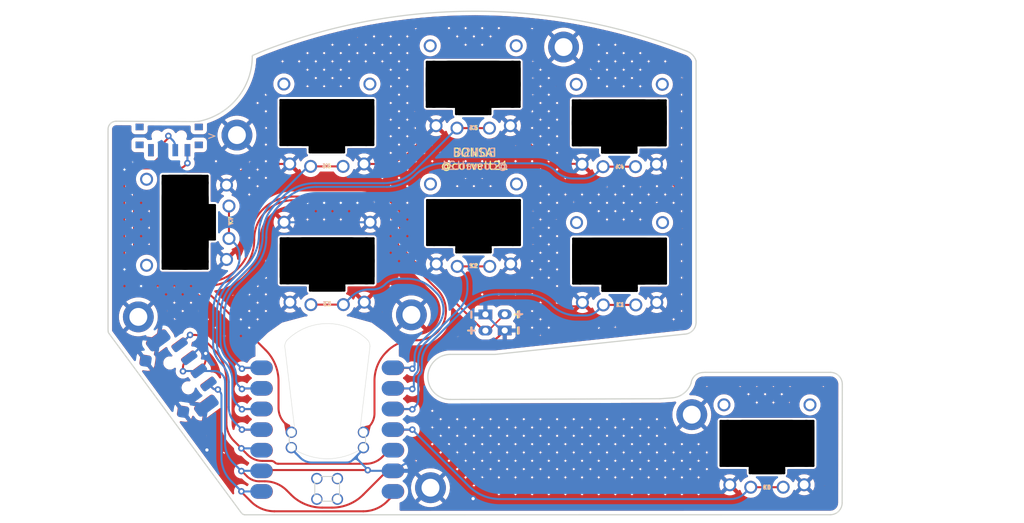
<source format=kicad_pcb>
(kicad_pcb (version 20240108) (generator "pcbnew") (generator_version "8.0")
  (title_block (title "Bonsai") (date "2024-07-03") (rev "v1") (company "Sprinkle"))
  (layers (0 "F.Cu" signal) (31 "B.Cu" signal) (34 "B.Paste" user) (35 "F.Paste" user) (36 "B.SilkS" user "B.Silkscreen") (37 "F.SilkS" user "F.Silkscreen") (38 "B.Mask" user) (39 "F.Mask" user) (44 "Edge.Cuts" user))
  (net 0 "")
  (net 1 "K5")
  (net 2 "GND")
  (net 3 "K6")
  (net 4 "K7")
  (net 5 "K1")
  (net 6 "K0")
  (net 7 "K2")
  (net 8 "K3")
  (net 9 "K4")
  (net 10 "Bat+")
  (net 11 "RAW")
  (net 12 "F1")
  (net 13 "F2")
  (net 14 "F3")
  (footprint "pg1232:pg1232-R" (layer "F.Cu") (at 40.5664 44.389)
    (property "Reference" "REF**" (hide yes))
    (property "Value" "pg1232-R")
  )
  (footprint "pg1232:pg1232-R" (layer "F.Cu") (at 76.5664 27.389)
    (property "Reference" "REF**" (hide yes))
    (property "Value" "pg1232-R")
  )
  (footprint "Button_Switch_SMD:SW_SPDT_PCM12" (layer "F.Cu") (at 21.1 29.325 180)
    (property "Reference" "REF**")
    (property "Value" "SW_SPDT_PCM12")
  )
  (footprint "pg1232:pg1232-R" (layer "F.Cu") (at 94.7664 66.889)
    (property "Reference" "REF**" (hide yes))
    (property "Value" "pg1232-R")
  )
  (footprint "MountingHole:MountingHole_2.2mm_M2_DIN965_Pad" (layer "F.Cu") (at 85.5 63.35)
    (property "Reference" "REF**")
    (property "Value" "MountingHole_2.2mm_M2_DIN965_Pad")
  )
  (footprint "footprints:SLLB510100" (layer "F.Cu") (at 23.098486 57.903767 126.4)
    (property "Reference" "REF**")
    (property "Value" "SLLB510100")
  )
  (footprint "MountingHole:MountingHole_2.2mm_M2_DIN965_Pad" (layer "F.Cu") (at 53.3 72.35)
    (property "Reference" "REF**")
    (property "Value" "MountingHole_2.2mm_M2_DIN965_Pad")
  )
  (footprint "pg1232:pg1232-R" (layer "F.Cu") (at 58.6 39.675)
    (property "Reference" "REF**" (hide yes))
    (property "Value" "pg1232-R")
  )
  (footprint "pg1232:pg1232-R" (layer "F.Cu") (at 40.5328 27.353)
    (property "Reference" "REF**" (hide yes))
    (property "Value" "pg1232-R")
  )
  (footprint "" (layer "F.Cu") (at 50.95 51.05)
    (property "Reference" "")
    (property "Value" "")
  )
  (footprint "footprints:JST_PH_S2B-PH-K_02x2.00mm_Angled" (layer "F.Cu") (at 60.0664 50.989 -90)
    (property "Reference" "REF**")
    (property "Value" "JST_PH_S2B-PH-K_02x2.00mm_Angled")
  )
  (footprint "MountingHole:MountingHole_2.2mm_M2_DIN965_Pad" (layer "F.Cu") (at 29.45 28.9)
    (property "Reference" "REF**")
    (property "Value" "MountingHole_2.2mm_M2_DIN965_Pad")
  )
  (footprint "MountingHole:MountingHole_2.2mm_M2_DIN965_Pad" (layer "F.Cu") (at 69.7 18.05)
    (property "Reference" "REF**")
    (property "Value" "MountingHole_2.2mm_M2_DIN965_Pad")
  )
  (footprint "MountingHole:MountingHole_2.2mm_M2_DIN965_Pad" (layer "F.Cu") (at 17.3 51.3)
    (property "Reference" "REF**")
    (property "Value" "MountingHole_2.2mm_M2_DIN965_Pad")
  )
  (footprint "pg1232:pg1232-R" (layer "F.Cu") (at 58.5664 22.639)
    (property "Reference" "REF**" (hide yes))
    (property "Value" "pg1232-R")
  )
  (footprint "pg1232:pg1232-R" (layer "F.Cu") (at 76.6 44.425)
    (property "Reference" "REF**" (hide yes))
    (property "Value" "pg1232-R")
  )
  (footprint "mcu:xiao-ble-smd-cutout" (layer "F.Cu") (at 40.59644 65.193 180)
    (property "Reference" "U?" (hide yes))
    (property "Value" "xiao-ble-thruhole" (hide yes))
    (fp_line (start 5.249998 10.25) (end 4.0132 -0.063) (stroke (width 0.05)) (layer "Edge.Cuts"))
    (fp_line (start 4.699 -1.7902) (end 4.699 -0.7488) (stroke (width 0.12)) (layer "Edge.Cuts"))
    (fp_line (start -4.013199 -0.063001) (end -5.249998 10.25) (stroke (width 0.05)) (layer "Edge.Cuts"))
    (fp_line (start -4.699 -0.7488) (end -4.699 -1.7902) (stroke (width 0.12)) (layer "Edge.Cuts"))
    (fp_arc (start 5.249998 10.25) (mid 5.185853 10.645284) (end 4.999999 10.999999) (stroke (width 0.05)) (layer "Edge.Cuts") (net 2))
    (fp_arc (start 4.999999 10.999999) (mid 0 13.071066) (end -4.999999 10.999999) (stroke (width 0.05)) (layer "Edge.Cuts") (net 2))
    (fp_arc (start 4.699 -1.7902) (mid 4.095393 -1.872393) (end 4.0132 -2.476) (stroke (width 0.12)) (layer "Edge.Cuts"))
    (fp_arc (start 4.0132 -0.063) (mid 4.095393 -0.666607) (end 4.699 -0.7488) (stroke (width 0.12)) (layer "Edge.Cuts"))
    (fp_arc (start -4.0132 -2.476) (mid 0 -3.582295) (end 4.0132 -2.476) (stroke (width 0.05)) (layer "Edge.Cuts"))
    (fp_arc (start -4.0132 -2.476) (mid -4.095391 -1.872391) (end -4.699 -1.7902) (stroke (width 0.12)) (layer "Edge.Cuts"))
    (fp_arc (start -4.699 -0.7488) (mid -4.095391 -0.666609) (end -4.0132 -0.063) (stroke (width 0.12)) (layer "Edge.Cuts"))
    (fp_arc (start -4.999999 10.999999) (mid -5.185853 10.645284) (end -5.249998 10.25) (stroke (width 0.05)) (layer "Edge.Cuts") (net 2))
  )
  (footprint "pg1232:pg1232-R" (layer "F.Cu") (at 23.0664 39.639 90)
    (property "Reference" "REF**" (hide yes))
    (property "Value" "pg1232-R")
  )
  (footprint "footprints:JST_PH_S2B-PH-K_02x2.00mm_Angled" (layer "B.Cu") (at 62.45 52.975 90)
    (property "Reference" "REF**")
    (property "Value" "JST_PH_S2B-PH-K_02x2.00mm_Angled")
  )
  (footprint "mcu:xiao-ble-smd-cutout" (layer "B.Cu") (at 40.5664 65.189)
    (property "Reference" "U?" (hide yes))
    (property "Value" "xiao-ble-thruhole" (hide yes))
    (fp_line (start -1.524 8.1402) (end -1.524 6.4638) (stroke (width 0.12)) (layer "Edge.Cuts"))
    (fp_line (start 0.8382 5.778) (end -0.8382 5.778) (stroke (width 0.12)) (layer "Edge.Cuts"))
    (fp_line (start 0.8382 8.826) (end -0.8382 8.826) (stroke (width 0.12)) (layer "Edge.Cuts"))
    (fp_line (start 1.524 8.1402) (end 1.524 6.4638) (stroke (width 0.12)) (layer "Edge.Cuts"))
    (fp_arc (start -1.524 8.1402) (mid -0.920391 8.222391) (end -0.8382 8.826) (stroke (width 0.12)) (layer "Edge.Cuts"))
    (fp_arc (start -0.8382 5.778) (mid -0.920391 6.381609) (end -1.524 6.4638) (stroke (width 0.12)) (layer "Edge.Cuts"))
    (fp_arc (start 0.8382 8.826) (mid 0.920393 8.222393) (end 1.524 8.1402) (stroke (width 0.12)) (layer "Edge.Cuts"))
    (fp_arc (start 1.524 6.4638) (mid 0.920393 6.381607) (end 0.8382 5.778) (stroke (width 0.12)) (layer "Edge.Cuts"))
  )
  (footprint "Button_Switch_SMD:SW_SPDT_PCM12" (layer "B.Cu") (at 21.100001 29.325)
    (property "Reference" "REF**")
    (property "Value" "SW_SPDT_PCM12")
  )
  (footprint "footprints:SLLB510100" (layer "B.Cu") (at 23.13239 57.93588 -53.6)
    (property "Reference" "REF**")
    (property "Value" "SLLB510100")
  )
  (gr_line (start 13.575 53.05) (end 13.5664 52.95) (stroke (width 0.15)) (layer "Edge.Cuts"))
  (gr_arc (start 102.583601 58.133601) (mid 103.620501 58.5631) (end 104.05 59.6) (stroke (width 0.15)) (layer "Edge.Cuts"))
  (gr_line (start 13.5664 52.95) (end 13.5664 28.189) (stroke (width 0.15)) (layer "Edge.Cuts"))
  (gr_arc (start 31.341848 19.159238) (mid 29.483253 24.357947) (end 24.75 27.2) (stroke (width 0.15)) (layer "Edge.Cuts"))
  (gr_line (start 13.6 53.2) (end 13.575 53.05) (stroke (width 0.15)) (layer "Edge.Cuts"))
  (gr_arc (start 86.029499 51.963099) (mid 85.6 53) (end 84.563099 53.429499) (stroke (width 0.15)) (layer "Edge.Cuts"))
  (gr_arc (start 84.853758 18.540358) (mid 85.587618 19.007081) (end 86.029139 19.756374) (stroke (width 0.15)) (layer "Edge.Cuts"))
  (gr_line (start 61.2668 55.925) (end 55.75 55.925) (stroke (width 0.15)) (layer "Edge.Cuts"))
  (gr_line (start 81.5664 61.389) (end 55.75 61.475) (stroke (width 0.15)) (layer "Edge.Cuts"))
  (gr_line (start 31.341848 19.159238) (end 31.375 19.1) (stroke (width 0.15)) (layer "Edge.Cuts"))
  (gr_arc (start 55.75 61.475) (mid 52.975 58.7) (end 55.75 55.925) (stroke (width 0.15)) (layer "Edge.Cuts"))
  (gr_line (start 30.15 75.6) (end 29.969684 75.422367) (stroke (width 0.15)) (layer "Edge.Cuts"))
  (gr_line (start 30.25 75.65) (end 30.15 75.6) (stroke (width 0.15)) (layer "Edge.Cuts"))
  (gr_line (start 104.05 59.6) (end 104.029499 74.213099) (stroke (width 0.15)) (layer "Edge.Cuts"))
  (gr_line (start 61.2668 55.925) (end 84.563099 53.429499) (stroke (width 0.15)) (layer "Edge.Cuts"))
  (gr_line (start 31.45 19.05) (end 32.75 18.5) (stroke (width 0.15)) (layer "Edge.Cuts"))
  (gr_line (start 24.174552 27.229762) (end 24.75 27.2) (stroke (width 0.15)) (layer "Edge.Cuts"))
  (gr_line (start 31.375 19.1) (end 31.45 19.05) (stroke (width 0.15)) (layer "Edge.Cuts"))
  (gr_arc (start 13.5664 28.189) (mid 13.859293 27.481893) (end 14.5664 27.189) (stroke (width 0.15)) (layer "Edge.Cuts"))
  (gr_arc (start 32.75 18.5) (mid 58.805665 13.632087) (end 84.853758 18.540357) (stroke (width 0.15)) (layer "Edge.Cuts"))
  (gr_line (start 13.690405 53.357079) (end 13.6 53.2) (stroke (width 0.15)) (layer "Edge.Cuts"))
  (gr_arc (start 104.029499 74.213099) (mid 103.6 75.25) (end 102.563099 75.679499) (stroke (width 0.15)) (layer "Edge.Cuts"))
  (gr_line (start 30.399999 75.688969) (end 30.25 75.65) (stroke (width 0.15)) (layer "Edge.Cuts"))
  (gr_line (start 102.563099 75.679499) (end 30.399999 75.688969) (stroke (width 0.15)) (layer "Edge.Cuts"))
  (gr_arc (start 85.412179 59.473559) (mid 85.886392 58.546667) (end 86.850086 58.152585) (stroke (width 0.15)) (layer "Edge.Cuts"))
  (gr_arc (start 85.412178 59.473559) (mid 84.509823 60.727429) (end 83.067799 61.281507) (stroke (width 0.15)) (layer "Edge.Cuts"))
  (gr_line (start 87.15 58.133601) (end 102.583601 58.133601) (stroke (width 0.15)) (layer "Edge.Cuts"))
  (gr_line (start 86.029139 19.756374) (end 86.029499 51.963099) (stroke (width 0.15)) (layer "Edge.Cuts"))
  (gr_line (start 86.850086 58.152585) (end 87.15 58.133601) (stroke (width 0.15)) (layer "Edge.Cuts"))
  (gr_line (start 81.5664 61.389) (end 83.067799 61.281508) (stroke (width 0.15)) (layer "Edge.Cuts"))
  (gr_line (start 13.690405 53.357079) (end 29.969684 75.422367) (stroke (width 0.15)) (layer "Edge.Cuts"))
  (gr_line (start 14.5664 27.189) (end 24.174552 27.229762) (stroke (width 0.15)) (layer "Edge.Cuts"))
  (gr_text "K5" (at 59.1 28.3 0) (layer "B.SilkS") (effects (font (size 0.5 0.5)) (justify left bottom mirror)))
  (gr_text "K6" (at 41 33 -0) (layer "B.SilkS") (effects (font (size 0.5 0.5)) (justify left bottom mirror)))
  (gr_text "K2" (at 59.1 45.3 0) (layer "B.SilkS") (effects (font (size 0.5 0.5)) (justify left bottom mirror)))
  (gr_text "BONSAI\n@corvett21" (at 58.7 33.25 0) (layer "B.SilkS") (effects (font (size 1 1)) (justify bottom mirror)))
  (gr_text "K7" (at 29 39 90) (layer "B.SilkS") (effects (font (size 0.5 0.5)) (justify left bottom mirror)))
  (gr_text "<" (at 27 29.525 0) (layer "B.SilkS") (effects (font (size 1 1) (thickness 0.1)) (justify left bottom mirror)))
  (gr_text "+" (at 57.6 53.5 -0) (layer "B.SilkS") (effects (font (size 1 1) (thickness 0.25) (bold yes)) (justify left bottom)))
  (gr_text "-" (at 57.825 50.225 -90) (layer "B.SilkS") (effects (font (size 1 1) (thickness 0.25) (bold yes)) (justify left bottom)))
  (gr_text "K3" (at 41.1164 50 0) (layer "B.SilkS") (effects (font (size 0.5 0.5)) (justify left bottom mirror)))
  (gr_text "K4" (at 77.1 33.1 -0) (layer "B.SilkS") (effects (font (size 0.5 0.5)) (justify left bottom mirror)))
  (gr_text "K0" (at 95.3 72.6 0) (layer "B.SilkS") (effects (font (size 0.5 0.5)) (justify left bottom mirror)))
  (gr_text "-" (at 63.675 52.175 -90) (layer "B.SilkS") (effects (font (size 1 1) (thickness 0.25) (bold yes)) (justify left bottom)))
  (gr_text "+" (at 63.45 51.475 -0) (layer "B.SilkS") (effects (font (size 1 1) (thickness 0.25) (bold yes)) (justify left bottom)))
  (gr_text "K1" (at 77.2 50.1 0) (layer "B.SilkS") (effects (font (size 0.5 0.5)) (justify left bottom mirror)))
  (gr_text ">" (at 25.675 29.525 0) (layer "F.SilkS") (effects (font (size 1 1) (thickness 0.1)) (justify left bottom)))
  (gr_text "K3" (at 40 50 0) (layer "F.SilkS") (effects (font (size 0.5 0.5)) (justify left bottom)))
  (gr_text "+" (at 59.1 53.5 0) (layer "F.SilkS") (effects (font (size 1 1) (thickness 0.25) (bold yes)) (justify left bottom mirror)))
  (gr_text "-" (at 58.85 50.25 90) (layer "F.SilkS") (effects (font (size 1 1) (thickness 0.25) (bold yes)) (justify left bottom mirror)))
  (gr_text "K0" (at 94.2 72.6 0) (layer "F.SilkS") (effects (font (size 0.5 0.5)) (justify left bottom)))
  (gr_text "K1" (at 76.1 50.1 0) (layer "F.SilkS") (effects (font (size 0.5 0.5)) (justify left bottom)))
  (gr_text "BONSAI\n@corvett21" (at 58.75 33.25 0) (layer "F.SilkS") (effects (font (size 1 1)) (justify bottom)))
  (gr_text "K5" (at 58.1 28.3 0) (layer "F.SilkS") (effects (font (size 0.5 0.5)) (justify left bottom)))
  (gr_text "-" (at 64.6 52.2 90) (layer "F.SilkS") (effects (font (size 1 1) (thickness 0.25) (bold yes)) (justify left bottom mirror)))
  (gr_text "K2" (at 58.1 45.3 0) (layer "F.SilkS") (effects (font (size 0.5 0.5)) (justify left bottom)))
  (gr_text "K6" (at 40 33 0) (layer "F.SilkS") (effects (font (size 0.5 0.5)) (justify left bottom)))
  (gr_text "K7" (at 29 40 90) (layer "F.SilkS") (effects (font (size 0.5 0.5)) (justify left bottom)))
  (gr_text "+" (at 64.85 51.525 0) (layer "F.SilkS") (effects (font (size 1 1) (thickness 0.25) (bold yes)) (justify left bottom mirror)))
  (gr_text "K4" (at 76.1 33.1 0) (layer "F.SilkS") (effects (font (size 0.5 0.5)) (justify left bottom)))
  (segment (start 30.0964 60.159) (end 30.0664 60.189) (width 0.25) (layer "F.Cu") (net 1))
  (segment (start 56.5664 28.039) (end 60.5664 28.039) (width 0.25) (layer "F.Cu") (net 1))
  (segment (start 30.168826 60.129) (end 32.02648 60.129) (width 0.25) (layer "F.Cu") (net 1))
  (via (at 30.0664 60.189) (size 0.8) (drill 0.4) (layers "F.Cu" "B.Cu") (net 1))
  (arc (start 30.0964 60.159) (mid 30.129629 60.136796) (end 30.168826 60.129) (width 0.25) (layer "F.Cu") (net 1))
  (segment (start 30.0664 60.189) (end 29.7039 59.8265) (width 0.25) (layer "B.Cu") (net 1))
  (segment (start 30.0664 60.189) (end 30.1064 60.149) (width 0.25) (layer "B.Cu") (net 1))
  (segment (start 32.6164 41.352428) (end 32.6164 41.256567) (width 0.25) (layer "B.Cu") (net 1))
  (segment (start 27.422441 51.054314) (end 27.422441 54.324528) (width 0.25) (layer "B.Cu") (net 1))
  (segment (start 39.047967 34.825) (end 47.526436 34.825) (width 0.25) (layer "B.Cu") (net 1))
  (segment (start 29.3414 58.532198) (end 29.3414 58.951347) (width 0.25) (layer "B.Cu") (net 1))
  (segment (start 30.202968 60.109) (end 31.99644 60.109) (width 0.25) (layer "B.Cu") (net 1))
  (segment (start 51.374192 33.231207) (end 56.5664 28.039) (width 0.25) (layer "B.Cu") (net 1))
  (segment (start 35.20021 36.418792) (end 34.210192 37.408811) (width 0.25) (layer "B.Cu") (net 1))
  (segment (start 29.016233 47.206558) (end 31.022607 45.200184) (width 0.25) (layer "B.Cu") (net 1))
  (segment (start 28.38192 56.640916) (end 28.682516 56.941512) (width 0.25) (layer "B.Cu") (net 1))
  (arc (start 31.022607 45.200184) (mid 32.202186 43.434818) (end 32.6164 41.352428) (width 0.25) (layer "B.Cu") (net 1))
  (arc (start 28.38192 56.640916) (mid 27.671801 55.578148) (end 27.422441 54.324528) (width 0.25) (layer "B.Cu") (net 1))
  (arc (start 39.047967 34.825) (mid 36.965576 35.239213) (end 35.20021 36.418792) (width 0.25) (layer "B.Cu") (net 1))
  (arc (start 51.374192 33.231207) (mid 49.608826 34.410786) (end 47.526436 34.825) (width 0.25) (layer "B.Cu") (net 1))
  (arc (start 29.3414 58.951347) (mid 29.43561 59.424976) (end 29.7039 59.8265) (width 0.25) (layer "B.Cu") (net 1))
  (arc (start 30.1064 60.149) (mid 30.150705 60.119395) (end 30.202968 60.109) (width 0.25) (layer "B.Cu") (net 1))
  (arc (start 29.3414 58.532198) (mid 29.170161 57.671325) (end 28.682516 56.941512) (width 0.25) (layer "B.Cu") (net 1))
  (arc (start 27.422441 51.054314) (mid 27.836654 48.971923) (end 29.016233 47.206558) (width 0.25) (layer "B.Cu") (net 1))
  (arc (start 34.210192 37.408811) (mid 33.030613 39.174176) (end 32.6164 41.256567) (width 0.25) (layer "B.Cu") (net 1))
  (segment (start 47.0414 41.64485) (end 47.0414 46.254032) (width 0.25) (layer "F.Cu") (net 2))
  (segment (start 35.9528 32.453) (end 36.8763 33.3765) (width 0.25) (layer "F.Cu") (net 2))
  (segment (start 59.936497 46.675) (end 57.263502 46.675) (width 0.25) (layer "F.Cu") (net 2))
  (segment (start 78.140184 34.25) (end 74.992615 34.25) (width 0.25) (layer "F.Cu") (net 2))
  (segment (start 77.381687 51.75) (end 75.818312 51.75) (width 0.25) (layer "F.Cu") (net 2))
  (segment (start 54.8669 28.6195) (end 53.9864 27.739) (width 0.25) (layer "F.Cu") (net 2))
  (segment (start 62.23 45.725) (end 63.108405 44.846594) (width 0.25) (layer "F.Cu") (net 2))
  (segment (start 58.638189 73.75) (end 87.180184 73.75) (width 0.25) (layer "F.Cu") (net 2))
  (segment (start 71.209124 50) (end 68.892812 50) (width 0.25) (layer "F.Cu") (net 2))
  (segment (start 45.1128 32.453) (end 47.1926 32.453) (width 0.25) (layer "F.Cu") (net 2))
  (segment (start 29.4694 33.756) (end 28.1664 35.059) (width 0.25) (layer "F.Cu") (net 2))
  (segment (start 69.97705 32.439) (end 71.901044 32.439) (width 0.25) (layer "F.Cu") (net 2))
  (segment (start 67.714375 49.511875) (end 67.22625 49.02375) (width 0.25) (layer "F.Cu") (net 2))
  (segment (start 62.45 52.975) (end 63.465 52.975) (width 0.25) (layer "F.Cu") (net 2))
  (segment (start 63.085836 27.799563) (end 62.2659 28.6195) (width 0.25) (layer "F.Cu") (net 2))
  (segment (start 82.4107 33.7533) (end 81.1464 32.489) (width 0.25) (layer "F.Cu") (net 2))
  (segment (start 52.15 59.204898) (end 52.15 65.171036) (width 0.25) (layer "F.Cu") (net 2))
  (segment (start 71.9864 32.489) (end 72.0364 32.539) (width 0.25) (layer "F.Cu") (net 2))
  (segment (start 56.992615 29.5) (end 60.140184 29.5) (width 0.25) (layer "F.Cu") (net 2))
  (segment (start 71.9864 32.489) (end 71.9614 32.464) (width 0.25) (layer "F.Cu") (net 2))
  (segment (start 58.551047 73.698953) (end 58.57657 73.724476) (width 0.25) (layer "F.Cu") (net 2))
  (segment (start 46.4539 40.2265) (end 45.8664 39.639) (width 0.25) (layer "F.Cu") (net 2))
  (segment (start 25.169133 57.506349) (end 24.738267 57.937216) (width 0.25) (layer "F.Cu") (net 2))
  (segment (start 46.0939 48.5415) (end 45.1464 49.489) (width 0.25) (layer "F.Cu") (net 2))
  (segment (start 45.5664 70.189) (end 45.5594 70.182) (width 0.25) (layer "F.Cu") (net 2))
  (segment (start 81.18 49.525) (end 82.4275 48.2775) (width 0.25) (layer "F.Cu") (net 2))
  (segment (start 65.197713 52.257286) (end 67.655905 49.799094) (width 0.25) (layer "F.Cu") (net 2))
  (segment (start 32.07548 70.224) (end 32.02648 70.273) (width 0.25) (layer "F.Cu") (net 2))
  (segment (start 53.9864 27.739) (end 50.74304 30.982359) (width 0.25) (layer "F.Cu") (net 2))
  (segment (start 98.4159 72.9195) (end 99.3464 71.989) (width 0.25) (layer "F.Cu") (net 2))
  (segment (start 63.251594 45.049094) (end 67.655905 49.453405) (width 0.25) (layer "F.Cu") (net 2))
  (segment (start 28.1664 35.059) (end 29.2582 36.1508) (width 0.25) (layer "F.Cu") (net 2))
  (segment (start 45.5425 70.175) (end 32.193776 70.175) (width 0.25) (layer "F.Cu") (net 2))
  (segment (start 73.1325 50.6375) (end 72.2575 49.7625) (width 0.25) (layer "F.Cu") (net 2))
  (segment (start 58.4875 73.698953) (end 58.551047 73.698953) (width 0.25) (layer "F.Cu") (net 2))
  (segment (start 30.35 40.491361) (end 30.35 38.786638) (width 0.25) (layer "F.Cu") (net 2))
  (segment (start 32.02648 70.289) (end 32.47548 69.84) (width 0.25) (layer "F.Cu") (net 2))
  (segment (start 83.675 45.265768) (end 83.675 36.80559) (width 0.25) (layer "F.Cu") (net 2))
  (segment (start 66.63223 31.05353) (end 63.378263 27.799563) (width 0.25) (layer "F.Cu") (net 2))
  (segment (start 53.743792 69.018792) (end 58.379018 73.654018) (width 0.25) (layer "F.Cu") (net 2))
  (segment (start 72.0364 32.539) (end 72.8669 33.3695) (width 0.25) (layer "F.Cu") (net 2))
  (segment (start 45.1128 32.453) (end 44.1893 33.3765) (width 0.25) (layer "F.Cu") (net 2))
  (segment (start 25.6 55.8) (end 25.6 56.466145) (width 0.25) (layer "F.Cu") (net 2))
  (segment (start 62.45 52.975) (end 61.725 53.7) (width 0.25) (layer "F.Cu") (net 2))
  (segment (start 80.2659 33.3695) (end 81.1464 32.489) (width 0.25) (layer "F.Cu") (net 2))
  (segment (start 41.959773 34.3) (end 39.105826 34.3) (width 0.25) (layer "F.Cu") (net 2))
  (segment (start 54.97 45.725) (end 54.02 44.775) (width 0.25) (layer "F.Cu") (net 2))
  (segment (start 96.169474 73.85) (end 93.363325 73.85) (width 0.25) (layer "F.Cu") (net 2))
  (segment (start 81.18 49.525) (end 80.0675 50.6375) (width 0.25) (layer "F.Cu") (net 2))
  (segment (start 91.1169 72.9195) (end 90.1864 71.989) (width 0.25) (layer "F.Cu") (net 2))
  (segment (start 29.2582 43.1272) (end 28.1664 44.219) (width 0.25) (layer "F.Cu") (net 2))
  (segment (start 89.3059 72.8695) (end 90.1864 71.989) (width 0.25) (layer "F.Cu") (net 2))
  (segment (start 56.929898 54.425) (end 59.974695 54.425) (width 0.25) (layer "F.Cu") (net 2))
  (segment (start 32.61512 32.453) (end 35.9528 32.453) (width 0.25) (layer "F.Cu") (net 2))
  (via (at 25.75 67.7) (size 0.8) (drill 0.4) (layers "F.Cu" "B.Cu") (net 2))
  (via (at 25.6 55.8) (size 0.8) (drill 0.4) (layers "F.Cu" "B.Cu") (net 2))
  (via (at 45.5664 70.189) (size 0.8) (drill 0.4) (layers "F.Cu" "B.Cu") (net 2))
  (via (at 58.551047 73.698953) (size 0.8) (drill 0.4) (layers "F.Cu" "B.Cu") (net 2))
  (arc (start 63.108405 44.846594) (mid 63.15411 44.837503) (end 63.18 44.87625) (width 0.25) (layer "F.Cu") (net 2))
  (arc (start 74.992615 34.25) (mid 73.842186 34.021165) (end 72.8669 33.3695) (width 0.25) (layer "F.Cu") (net 2))
  (arc (start 53.743792 69.018792) (mid 52.564213 67.253426) (end 52.15 65.171036) (width 0.25) (layer "F.Cu") (net 2))
  (arc (start 91.1169 72.9195) (mid 92.147568 73.60817) (end 93.363325 73.85) (width 0.25) (layer "F.Cu") (net 2))
  (arc (start 71.7825 49.7625) (mid 72.02 49.664124) (end 72.2575 49.7625) (width 0.25) (layer "F.Cu") (net 2))
  (arc (start 58.4875 73.698953) (mid 58.42879 73.687274) (end 58.379018 73.654018) (width 0.25) (layer "F.Cu") (net 2))
  (arc (start 73.1325 50.6375) (mid 74.364761 51.46087) (end 75.818312 51.75) (width 0.25) (layer "F.Cu") (net 2))
  (arc (start 47.1926 32.453) (mid 49.114084 32.070792) (end 50.74304 30.982359) (width 0.25) (layer "F.Cu") (net 2))
  (arc (start 67.7275 49.62625) (mid 67.708893 49.719792) (end 67.655905 49.799094) (width 0.25) (layer "F.Cu") (net 2))
  (arc (start 65.197713 52.257286) (mid 64.402737 52.788472) (end 63.465 52.975) (width 0.25) (layer "F.Cu") (net 2))
  (arc (start 82.4107 33.7533) (mid 83.346419 35.153702) (end 83.675 36.80559) (width 0.25) (layer "F.Cu") (net 2))
  (arc (start 67.655905 49.453405) (mid 67.708893 49.532707) (end 67.7275 49.62625) (width 0.25) (layer "F.Cu") (net 2))
  (arc (start 58.638189 73.75) (mid 58.604841 73.743366) (end 58.57657 73.724476) (width 0.25) (layer "F.Cu") (net 2))
  (arc (start 59.936497 46.675) (mid 61.177731 46.428103) (end 62.23 45.725) (width 0.25) (layer "F.Cu") (net 2))
  (arc (start 56.992615 29.5) (mid 55.842186 29.271165) (end 54.8669 28.6195) (width 0.25) (layer "F.Cu") (net 2))
  (arc (start 71.901044 32.439) (mid 71.933708 32.445497) (end 71.9614 32.464) (width 0.25) (layer "F.Cu") (net 2))
  (arc (start 83.675 45.265768) (mid 83.350785 46.895705) (end 82.4275 48.2775) (width 0.25) (layer "F.Cu") (net 2))
  (arc (start 77.381687 51.75) (mid 78.835238 51.46087) (end 80.0675 50.6375) (width 0.25) (layer "F.Cu") (net 2))
  (arc (start 71.7825 49.7625) (mid 71.519432 49.938275) (end 71.209124 50) (width 0.25) (layer "F.Cu") (net 2))
  (arc (start 96.169474 73.85) (mid 97.385231 73.60817) (end 98.4159 72.9195) (width 0.25) (layer "F.Cu") (net 2))
  (arc (start 53.55 55.825) (mid 55.10071 54.788848) (end 56.929898 54.425) (width 0.25) (layer "F.Cu") (net 2))
  (arc (start 41.959773 34.3) (mid 43.166384 34.05999) (end 44.1893 33.3765) (width 0.25) (layer "F.Cu") (net 2))
  (arc (start 32.193776 70.175) (mid 32.129754 70.187734) (end 32.07548 70.224) (width 0.25) (layer "F.Cu") (net 2))
  (arc (start 29.4694 33.756) (mid 30.912668 32.791638) (end 32.61512 32.453) (width 0.25) (layer "F.Cu") (net 2))
  (arc (start 89.3059 72.8695) (mid 88.330613 73.521165) (end 87.180184 73.75) (width 0.25) (layer "F.Cu") (net 2))
  (arc (start 46.0939 48.5415) (mid 46.795152 47.492) (end 47.0414 46.254032) (width 0.25) (layer "F.Cu") (net 2))
  (arc (start 78.140184 34.25) (mid 79.290613 34.021165) (end 80.2659 33.3695) (width 0.25) (layer "F.Cu") (net 2))
  (arc (start 63.251594 45.049094) (mid 63.198606 44.969792) (end 63.18 44.87625) (width 0.25) (layer "F.Cu") (net 2))
  (arc (start 63.23205 27.739) (mid 63.152919 27.754739) (end 63.085836 27.799563) (width 0.25) (layer "F.Cu") (net 2))
  (arc (start 45.5425 70.175) (mid 45.551646 70.176819) (end 45.5594 70.182) (width 0.25) (layer "F.Cu") (net 2))
  (arc (start 47.0414 41.64485) (mid 46.888713 40.877244) (end 46.4539 40.2265) (width 0.25) (layer "F.Cu") (net 2))
  (arc (start 67.714375 49.511875) (mid 68.255046 49.87314) (end 68.892812 50) (width 0.25) (layer "F.Cu") (net 2))
  (arc (start 30.35 40.491361) (mid 30.06625 41.917866) (end 29.2582 43.1272) (width 0.25) (layer "F.Cu") (net 2))
  (arc (start 60.140184 29.5) (mid 61.290613 29.271165) (end 62.2659 28.6195) (width 0.25) (layer "F.Cu") (net 2))
  (arc (start 39.105826 34.3) (mid 37.899215 34.05999) (end 36.8763 33.3765) (width 0.25) (layer "F.Cu") (net 2))
  (arc (start 53.55 55.825) (mid 52.513848 57.37571) (end 52.15 59.204898) (width 0.25) (layer "F.Cu") (net 2))
  (arc (start 30.35 38.786638) (mid 30.06625 37.360132) (end 29.2582 36.1508) (width 0.25) (layer "F.Cu") (net 2))
  (arc (start 25.6 56.466145) (mid 25.488021 57.029099) (end 25.169133 57.506349) (width 0.25) (layer "F.Cu") (net 2))
  (arc (start 61.725 53.7) (mid 60.921953 54.236578) (end 59.974695 54.425) (width 0.25) (layer "F.Cu") (net 2))
  (arc (start 54.97 45.725) (mid 56.022267 46.428103) (end 57.263502 46.675) (width 0.25) (layer "F.Cu") (net 2))
  (arc (start 66.63223 31.05353) (mid 68.166846 32.078928) (end 69.97705 32.439) (width 0.25) (layer "F.Cu") (net 2))
  (arc (start 63.23205 27.739) (mid 63.31118 27.754739) (end 63.378263 27.799563) (width 0.25) (layer "F.Cu") (net 2))
  (segment (start 25.591892 53.375898) (end 25.557997 53.342003) (width 0.25) (layer "B.Cu") (net 2))
  (segment (start 35.2664 39.639) (end 35.2637 39.639) (width 0.25) (layer "B.Cu") (net 2))
  (segment (start 45.8664 39.639) (end 48.910517 42.683117) (width 0.25) (layer "B.Cu") (net 2))
  (segment (start 37.266517 68.661161) (end 37.103657 68.498301) (width 0.25) (layer "B.Cu") (net 2))
  (segment (start 42.94038 69.25) (end 38.6881 69.25) (width 0.25) (layer "B.Cu") (net 2))
  (segment (start 36.1214 67.463521) (end 36.1214 67.411) (width 0.25) (layer "B.Cu") (net 2))
  (segment (start 45.04144 67.51178) (end 45.04144 67.415) (width 0.25) (layer "B.Cu") (net 2))
  (segment (start 52.10268 69.3) (end 50.790546 69.3) (width 0.25) (layer "B.Cu") (net 2))
  (segment (start 45.702968 70.269) (end 48.451173 70.269) (width 0.25) (layer "B.Cu") (net 2))
  (segment (start 45.540732 70.090732) (end 44.375 68.925) (width 0.25) (layer "B.Cu") (net 2))
  (segment (start 61.911827 52.834427) (end 60.0664 50.989) (width 0.25) (layer "B.Cu") (net 2))
  (segment (start 36.15144 67.480542) (end 36.15144 67.415) (width 0.25) (layer "B.Cu") (net 2))
  (segment (start 44.374999 68.274999) (end 43.725 68.925) (width 0.25) (layer "B.Cu") (net 2))
  (segment (start 53.5075 44.2625) (end 54.02 44.775) (width 0.25) (layer "B.Cu") (net 2))
  (segment (start 44.374999 68.274999) (end 44.973006 67.676993) (width 0.25) (layer "B.Cu") (net 2))
  (segment (start 36.777937 68.17258) (end 37.103657 68.498301) (width 0.25) (layer "B.Cu") (net 2))
  (segment (start 35.0389 48.5415) (end 35.9864 49.489) (width 0.25) (layer "B.Cu") (net 2))
  (segment (start 58.551047 73.698953) (end 58.525 73.698953) (width 0.25) (layer "B.Cu") (net 2))
  (segment (start 36.414559 67.809202) (end 36.777937 68.17258) (width 0.25) (layer "B.Cu") (net 2))
  (segment (start 34.0914 41.635632) (end 34.0914 46.254032) (width 0.25) (layer "B.Cu") (net 2))
  (segment (start 36.158538 67.553181) (end 36.414559 67.809202) (width 0.25) (layer "B.Cu") (net 2))
  (segment (start 26.7207 45.6647) (end 28.1664 44.219) (width 0.25) (layer "B.Cu") (net 2))
  (segment (start 25.6 55.8) (end 25.6125 55.7875) (width 0.25) (layer "B.Cu") (net 2))
  (segment (start 34.676199 40.223799) (end 35.25909 39.640909) (width 0.25) (layer "B.Cu") (net 2))
  (segment (start 45.5664 70.1527) (end 45.5664 70.189) (width 0.25) (layer "B.Cu") (net 2))
  (segment (start 25.275 49.154928) (end 25.275 52.511124) (width 0.25) (layer "B.Cu") (net 2))
  (segment (start 45.5664 70.189) (end 45.6064 70.229) (width 0.25) (layer "B.Cu") (net 2))
  (segment (start 25.391781 54.553101) (end 23.585337 56.359546) (width 0.25) (layer "B.Cu") (net 2))
  (segment (start 25.67372 53.872441) (end 25.67372 53.47372) (width 0.25) (layer "B.Cu") (net 2))
  (segment (start 25.625787 53.457727) (end 25.625787 55.765968) (width 0.25) (layer "B.Cu") (net 2))
  (segment (start 36.414559 67.809203) (end 36.197785 67.592429) (width 0.25) (layer "B.Cu") (net 2))
  (segment (start 35.2718 39.639) (end 45.8664 39.639) (width 0.25) (layer "B.Cu") (net 2))
  (segment (start 35.2718 39.639) (end 35.2664 39.639) (width 0.25) (layer "B.Cu") (net 2))
  (segment (start 52.270215 43.75) (end 51.4862 43.75) (width 0.25) (layer "B.Cu") (net 2))
  (segment (start 62.2512 52.975) (end 62.45 52.975) (width 0.25) (layer "B.Cu") (net 2))
  (segment (start 36.414559 67.809203) (end 36.777937 68.172581) (width 0.25) (layer "B.Cu") (net 2))
  (segment (start 37.103657 68.498301) (end 36.777937 68.172581) (width 0.25) (layer "B.Cu") (net 2))
  (segment (start 55.512318 70.712318) (end 58.480534 73.680534) (width 0.25) (layer "B.Cu") (net 2))
  (arc (start 36.158538 67.553181) (mid 36.131051 67.512044) (end 36.1214 67.463521) (width 0.25) (layer "B.Cu") (net 2))
  (arc (start 35.0389 48.5415) (mid 34.337647 47.492) (end 34.0914 46.254032) (width 0.25) (layer "B.Cu") (net 2))
  (arc (start 25.275 49.154928) (mid 25.650725 47.26603) (end 26.7207 45.6647) (width 0.25) (layer "B.Cu") (net 2))
  (arc (start 58.525 73.698953) (mid 58.500935 73.694166) (end 58.480534 73.680534) (width 0.25) (layer "B.Cu") (net 2))
  (arc (start 49.62086 69.7845) (mid 50.157516 69.425917) (end 50.790546 69.3) (width 0.25) (layer "B.Cu") (net 2))
  (arc (start 25.67372 53.872441) (mid 25.600446 54.240811) (end 25.391781 54.553101) (width 0.25) (layer "B.Cu") (net 2))
  (arc (start 25.275 52.511124) (mid 25.378623 53.032077) (end 25.67372 53.47372) (width 0.25) (layer "B.Cu") (net 2))
  (arc (start 44.374999 68.274999) (mid 44.24038 68.599999) (end 44.375 68.925) (width 0.25) (layer "B.Cu") (net 2))
  (arc (start 45.04144 67.51178) (mid 45.023654 67.601192) (end 44.973006 67.676993) (width 0.25) (layer "B.Cu") (net 2))
  (arc (start 37.266517 68.661161) (mid 37.918744 69.096965) (end 38.6881 69.25) (width 0.25) (layer "B.Cu") (net 2))
  (arc (start 36.15144 67.480542) (mid 36.163484 67.541094) (end 36.197785 67.592429) (width 0.25) (layer "B.Cu") (net 2))
  (arc (start 62.2512 52.975) (mid 62.067532 52.938466) (end 61.911827 52.834427) (width 0.25) (layer "B.Cu") (net 2))
  (arc (start 34.676199 40.223799) (mid 34.243384 40.871553) (end 34.0914 41.635632) (width 0.25) (layer "B.Cu") (net 2))
  (arc (start 52.10268 69.3) (mid 53.947962 69.667049) (end 55.512318 70.712318) (width 0.25) (layer "B.Cu") (net 2))
  (arc (start 45.5664 70.1527) (mid 45.559729 70.119163) (end 45.540732 70.090732) (width 0.25) (layer "B.Cu") (net 2))
  (arc (start 49.62086 69.7845) (mid 49.084203 70.143082) (end 48.451173 70.269) (width 0.25) (layer "B.Cu") (net 2))
  (arc (start 25.6125 55.7875) (mid 25.619962 55.77744) (end 25.625787 55.765968) (width 0.25) (layer "B.Cu") (net 2))
  (arc (start 35.2637 39.639) (mid 35.261205 39.639496) (end 35.25909 39.640909) (width 0.25) (layer "B.Cu") (net 2))
  (arc (start 36.777937 68.172581) (mid 36.777937 68.17258) (end 36.777937 68.17258) (width 0.25) (layer "B.Cu") (net 2))
  (arc (start 45.702968 70.269) (mid 45.650705 70.258604) (end 45.6064 70.229) (width 0.25) (layer "B.Cu") (net 2))
  (arc (start 52.270215 43.75) (mid 52.939828 43.883194) (end 53.5075 44.2625) (width 0.25) (layer "B.Cu") (net 2))
  (arc (start 36.414559 67.809203) (mid 36.414559 67.809202) (end 36.414559 67.809202) (width 0.25) (layer "B.Cu") (net 2))
  (arc (start 42.94038 69.25) (mid 43.365013 69.165535) (end 43.725 68.925) (width 0.25) (layer "B.Cu") (net 2))
  (arc (start 51.4862 43.75) (mid 50.09225 43.472726) (end 48.910517 42.683117) (width 0.25) (layer "B.Cu") (net 2))
  (arc (start 25.591892 53.375898) (mid 25.616977 53.413441) (end 25.625787 53.457727) (width 0.25) (layer "B.Cu") (net 2))
  (arc (start 43.725 68.925) (mid 44.05 68.79038) (end 44.375 68.925) (width 0.25) (layer "B.Cu") (net 2))
  (segment (start 38.5328 32.753) (end 42.5328 32.753) (width 0.25) (layer "F.Cu") (net 3))
  (segment (start 30.100542 62.669) (end 32.02648 62.669) (width 0.25) (layer "F.Cu") (net 3))
  (segment (start 30.0764 62.679) (end 30.0664 62.689) (width 0.25) (layer "F.Cu") (net 3))
  (via (at 30.0664 62.689) (size 0.8) (drill 0.4) (layers "F.Cu" "B.Cu") (net 3))
  (arc (start 30.0764 62.679) (mid 30.087476 62.671598) (end 30.100542 62.669) (width 0.25) (layer "F.Cu") (net 3))
  (segment (start 28.566233 47.020161) (end 30.572607 45.013788) (width 0.25) (layer "B.Cu") (net 3))
  (segment (start 30.0664 62.689) (end 30.0864 62.669) (width 0.25) (layer "B.Cu") (net 3))
  (segment (start 32.1664 41.070171) (end 32.1664 41.166032) (width 0.25) (layer "B.Cu") (net 3))
  (segment (start 38.122413 32.860194) (end 33.760192 37.222415) (width 0.25) (layer "B.Cu") (net 3))
  (segment (start 38.381204 32.753) (end 38.5328 32.753) (width 0.25) (layer "B.Cu") (net 3))
  (segment (start 30.134684 62.649) (end 31.99644 62.649) (width 0.25) (layer "B.Cu") (net 3))
  (segment (start 30.0664 62.689) (end 29.4789 62.1015) (width 0.25) (layer "B.Cu") (net 3))
  (segment (start 26.972441 54.510924) (end 26.972441 50.867918) (width 0.25) (layer "B.Cu") (net 3))
  (segment (start 28.8914 60.683149) (end 28.8914 59.1437) (width 0.25) (layer "B.Cu") (net 3))
  (arc (start 28.8914 60.683149) (mid 29.044086 61.450755) (end 29.4789 62.1015) (width 0.25) (layer "B.Cu") (net 3))
  (arc (start 38.122413 32.860194) (mid 38.241147 32.780858) (end 38.381204 32.753) (width 0.25) (layer "B.Cu") (net 3))
  (arc (start 27.93192 56.827312) (mid 28.642039 57.89008) (end 28.8914 59.1437) (width 0.25) (layer "B.Cu") (net 3))
  (arc (start 32.1664 41.166032) (mid 31.752186 43.248422) (end 30.572607 45.013788) (width 0.25) (layer "B.Cu") (net 3))
  (arc (start 27.93192 56.827312) (mid 27.221801 55.764544) (end 26.972441 54.510924) (width 0.25) (layer "B.Cu") (net 3))
  (arc (start 30.134684 62.649) (mid 30.108552 62.654197) (end 30.0864 62.669) (width 0.25) (layer "B.Cu") (net 3))
  (arc (start 33.760192 37.222415) (mid 32.580613 38.98778) (end 32.1664 41.070171) (width 0.25) (layer "B.Cu") (net 3))
  (arc (start 28.566233 47.020161) (mid 27.386654 48.785527) (end 26.972441 50.867918) (width 0.25) (layer "B.Cu") (net 3))
  (segment (start 30.100542 65.209) (end 32.02648 65.209) (width 0.25) (layer "F.Cu") (net 4))
  (segment (start 30.0764 65.199) (end 30.0664 65.189) (width 0.25) (layer "F.Cu") (net 4))
  (segment (start 28.4664 37.639) (end 28.4664 41.639) (width 0.25) (layer "F.Cu") (net 4))
  (via (at 30.0664 65.189) (size 0.8) (drill 0.4) (layers "F.Cu" "B.Cu") (net 4))
  (arc (start 30.0764 65.199) (mid 30.087476 65.206401) (end 30.100542 65.209) (width 0.25) (layer "F.Cu") (net 4))
  (segment (start 26.522441 54.69732) (end 26.522441 50.681522) (width 0.25) (layer "B.Cu") (net 4))
  (segment (start 28.5152 41.639) (end 28.4664 41.639) (width 0.25) (layer "B.Cu") (net 4))
  (segment (start 29.2539 64.3765) (end 30.0664 65.189) (width 0.25) (layer "B.Cu") (net 4))
  (segment (start 30.0664 65.189) (end 31.99644 65.189) (width 0.25) (layer "B.Cu") (net 4))
  (segment (start 28.952988 45.997011) (end 28.116233 46.833765) (width 0.25) (layer "B.Cu") (net 4))
  (segment (start 28.4414 62.414951) (end 28.4414 59.330096) (width 0.25) (layer "B.Cu") (net 4))
  (segment (start 29.775 43.706306) (end 29.775 44.0125) (width 0.25) (layer "B.Cu") (net 4))
  (segment (start 28.598506 41.673506) (end 29.1695 42.2445) (width 0.25) (layer "B.Cu") (net 4))
  (arc (start 26.522441 50.681522) (mid 26.936654 48.599131) (end 28.116233 46.833765) (width 0.25) (layer "B.Cu") (net 4))
  (arc (start 27.48192 57.013708) (mid 28.192039 58.076476) (end 28.4414 59.330096) (width 0.25) (layer "B.Cu") (net 4))
  (arc (start 28.4414 62.414951) (mid 28.652561 63.476533) (end 29.2539 64.3765) (width 0.25) (layer "B.Cu") (net 4))
  (arc (start 29.1695 42.2445) (mid 29.617635 42.915182) (end 29.775 43.706306) (width 0.25) (layer "B.Cu") (net 4))
  (arc (start 28.952988 45.997011) (mid 29.561366 45.086509) (end 29.775 44.0125) (width 0.25) (layer "B.Cu") (net 4))
  (arc (start 28.598506 41.673506) (mid 28.560285 41.647967) (end 28.5152 41.639) (width 0.25) (layer "B.Cu") (net 4))
  (arc (start 27.48192 57.013708) (mid 26.771801 55.95094) (end 26.522441 54.69732) (width 0.25) (layer "B.Cu") (net 4))
  (segment (start 74.6 49.825) (end 78.6 49.825) (width 0.25) (layer "F.Cu") (net 5))
  (segment (start 51.032257 62.669) (end 49.1664 62.669) (width 0.25) (layer "F.Cu") (net 5))
  (segment (start 51.0564 62.679) (end 51.0664 62.689) (width 0.25) (layer "F.Cu") (net 5))
  (via (at 51.0664 62.689) (size 0.8) (drill 0.4) (layers "F.Cu" "B.Cu") (net 5))
  (arc (start 51.032257 62.669) (mid 51.045323 62.671598) (end 51.0564 62.679) (width 0.25) (layer "F.Cu") (net 5))
  (segment (start 51.4289 62.3265) (end 51.0664 62.689) (width 0.25) (layer "B.Cu") (net 5))
  (segment (start 53.166684 54.633314) (end 57.699009 50.10099) (width 0.25) (layer "B.Cu") (net 5))
  (segment (start 51.0464 62.669) (end 51.0664 62.689) (width 0.25) (layer "B.Cu") (net 5))
  (segment (start 65.031132 48.507198) (end 61.546765 48.507198) (width 0.25) (layer "B.Cu") (net 5))
  (segment (start 51.7914 61.451347) (end 51.7914 58.943899) (width 0.25) (layer "B.Cu") (net 5))
  (segment (start 52.2414 56.86715) (end 52.2414 57.857502) (width 0.25) (layer "B.Cu") (net 5))
  (segment (start 73.95 50.475) (end 74.6 49.825) (width 0.25) (layer "B.Cu") (net 5))
  (segment (start 50.998115 62.649) (end 49.13636 62.649) (width 0.25) (layer "B.Cu") (net 5))
  (segment (start 72.380761 51.125) (end 71.351065 51.125) (width 0.25) (layer "B.Cu") (net 5))
  (arc (start 51.4289 62.3265) (mid 51.697189 61.924976) (end 51.7914 61.451347) (width 0.25) (layer "B.Cu") (net 5))
  (arc (start 68.191099 49.816099) (mid 66.741293 48.84737) (end 65.031132 48.507198) (width 0.25) (layer "B.Cu") (net 5))
  (arc (start 71.351065 51.125) (mid 69.640903 50.784827) (end 68.191099 49.816099) (width 0.25) (layer "B.Cu") (net 5))
  (arc (start 52.0164 58.400701) (mid 52.182924 58.151479) (end 52.2414 57.857502) (width 0.25) (layer "B.Cu") (net 5))
  (arc (start 52.0164 58.400701) (mid 51.849875 58.649922) (end 51.7914 58.943899) (width 0.25) (layer "B.Cu") (net 5))
  (arc (start 51.0464 62.669) (mid 51.024246 62.654197) (end 50.998115 62.649) (width 0.25) (layer "B.Cu") (net 5))
  (arc (start 57.699009 50.10099) (mid 59.464374 48.921411) (end 61.546765 48.507198) (width 0.25) (layer "B.Cu") (net 5))
  (arc (start 72.380761 51.125) (mid 73.230027 50.95607) (end 73.95 50.475) (width 0.25) (layer "B.Cu") (net 5))
  (arc (start 52.2414 56.86715) (mid 52.481873 55.658207) (end 53.166684 54.633314) (width 0.25) (layer "B.Cu") (net 5))
  (segment (start 92.7664 72.289) (end 96.7664 72.289) (width 0.25) (layer "F.Cu") (net 6))
  (segment (start 51.0564 65.199) (end 51.0664 65.189) (width 0.25) (layer "F.Cu") (net 6))
  (segment (start 51.032257 65.209) (end 49.1664 65.209) (width 0.25) (layer "F.Cu") (net 6))
  (via (at 51.0664 65.189) (size 0.8) (drill 0.4) (layers "F.Cu" "B.Cu") (net 6))
  (arc (start 51.032257 65.209) (mid 51.045323 65.206401) (end 51.0564 65.199) (width 0.25) (layer "F.Cu") (net 6))
  (segment (start 61.881363 73.75) (end 90.272316 73.75) (width 0.25) (layer "B.Cu") (net 6))
  (segment (start 58.033607 72.156207) (end 51.0664 65.189) (width 0.25) (layer "B.Cu") (net 6))
  (segment (start 92.0359 73.0195) (end 92.7664 72.289) (width 0.25) (layer "B.Cu") (net 6))
  (segment (start 51.0664 65.189) (end 49.13636 65.189) (width 0.25) (layer "B.Cu") (net 6))
  (arc (start 92.0359 73.0195) (mid 91.22676 73.560149) (end 90.272316 73.75) (width 0.25) (layer "B.Cu") (net 6))
  (arc (start 58.033607 72.156207) (mid 59.798972 73.335786) (end 61.881363 73.75) (width 0.25) (layer "B.Cu") (net 6))
  (segment (start 50.963973 60.129) (end 49.1664 60.129) (width 0.25) (layer "F.Cu") (net 7))
  (segment (start 51.0364 60.159) (end 51.0664 60.189) (width 0.25) (layer "F.Cu") (net 7))
  (segment (start 56.6 45.075) (end 60.6 45.075) (width 0.25) (layer "F.Cu") (net 7))
  (via (at 51.0664 60.189) (size 0.8) (drill 0.4) (layers "F.Cu" "B.Cu") (net 7))
  (arc (start 50.963973 60.129) (mid 51.00317 60.136796) (end 51.0364 60.159) (width 0.25) (layer "F.Cu") (net 7))
  (segment (start 51.7914 57.606477) (end 51.7914 56.680754) (width 0.25) (layer "B.Cu") (net 7))
  (segment (start 51.1582 60.0972) (end 51.0664 60.189) (width 0.25) (layer "B.Cu") (net 7))
  (segment (start 57.85 47.208883) (end 57.85 47.819302) (width 0.25) (layer "B.Cu") (net 7))
  (segment (start 51.0264 60.149) (end 51.0664 60.189) (width 0.25) (layer "B.Cu") (net 7))
  (segment (start 50.929831 60.109) (end 49.13636 60.109) (width 0.25) (layer "B.Cu") (net 7))
  (segment (start 51.25 58.913532) (end 51.25 59.875575) (width 0.25) (layer "B.Cu") (net 7))
  (segment (start 56.793368 50.370235) (end 52.716684 54.446918) (width 0.25) (layer "B.Cu") (net 7))
  (segment (start 57.225 45.7) (end 56.6 45.075) (width 0.25) (layer "B.Cu") (net 7))
  (arc (start 51.7914 57.606477) (mid 51.721047 57.960163) (end 51.5207 58.260005) (width 0.25) (layer "B.Cu") (net 7))
  (arc (start 51.25 58.913532) (mid 51.320352 58.559845) (end 51.5207 58.260005) (width 0.25) (layer "B.Cu") (net 7))
  (arc (start 51.7914 56.680754) (mid 52.031873 55.471811) (end 52.716684 54.446918) (width 0.25) (layer "B.Cu") (net 7))
  (arc (start 56.793368 50.370235) (mid 57.57539 49.199857) (end 57.85 47.819302) (width 0.25) (layer "B.Cu") (net 7))
  (arc (start 57.85 47.208883) (mid 57.687567 46.392281) (end 57.225 45.7) (width 0.25) (layer "B.Cu") (net 7))
  (arc (start 51.1582 60.0972) (mid 51.226141 59.995517) (end 51.25 59.875575) (width 0.25) (layer "B.Cu") (net 7))
  (arc (start 51.0264 60.149) (mid 50.982093 60.119395) (end 50.929831 60.109) (width 0.25) (layer "B.Cu") (net 7))
  (segment (start 38.5664 49.789) (end 42.5664 49.789) (width 0.25) (layer "F.Cu") (net 8))
  (segment (start 51.0664 57.689) (end 51.0164 57.639) (width 0.25) (layer "F.Cu") (net 8))
  (segment (start 50.895689 57.589) (end 49.1664 57.589) (width 0.25) (layer "F.Cu") (net 8))
  (via (at 51.0664 57.689) (size 0.8) (drill 0.4) (layers "F.Cu" "B.Cu") (net 8))
  (arc (start 51.0164 57.639) (mid 50.961017 57.601994) (end 50.895689 57.589) (width 0.25) (layer "F.Cu") (net 8))
  (segment (start 50.861547 57.569) (end 49.13636 57.569) (width 0.25) (layer "B.Cu") (net 8))
  (segment (start 46.156861 47.914) (end 45.7637 47.914) (width 0.25) (layer "B.Cu") (net 8))
  (segment (start 51.0664 57.689) (end 51.0064 57.629) (width 0.25) (layer "B.Cu") (net 8))
  (segment (start 51.2039 57.5515) (end 51.0664 57.689) (width 0.25) (layer "B.Cu") (net 8))
  (segment (start 54.041852 48.341852) (end 53.6 47.9) (width 0.25) (layer "B.Cu") (net 8))
  (segment (start 43.506392 48.849007) (end 42.5664 49.789) (width 0.25) (layer "B.Cu") (net 8))
  (segment (start 49.329138 46.6) (end 50.461522 46.6) (width 0.25) (layer "B.Cu") (net 8))
  (segment (start 51.3414 57.219545) (end 51.3414 56.299904) (width 0.25) (layer "B.Cu") (net 8))
  (segment (start 54.041852 52.485355) (end 52.129184 54.398023) (width 0.25) (layer "B.Cu") (net 8))
  (arc (start 54.041852 52.485355) (mid 54.676974 51.534827) (end 54.9 50.413604) (width 0.25) (layer "B.Cu") (net 8))
  (arc (start 50.861547 57.569) (mid 50.93994 57.584593) (end 51.0064 57.629) (width 0.25) (layer "B.Cu") (net 8))
  (arc (start 45.7637 47.914) (mid 44.542053 48.157) (end 43.506392 48.849007) (width 0.25) (layer "B.Cu") (net 8))
  (arc (start 50.461522 46.6) (mid 52.160054 46.937858) (end 53.6 47.9) (width 0.25) (layer "B.Cu") (net 8))
  (arc (start 49.329138 46.6) (mid 48.470726 46.770748) (end 47.743 47.257) (width 0.25) (layer "B.Cu") (net 8))
  (arc (start 54.041852 48.341852) (mid 54.676974 49.29238) (end 54.9 50.413604) (width 0.25) (layer "B.Cu") (net 8))
  (arc (start 52.129184 54.398023) (mid 51.546138 55.270613) (end 51.3414 56.299904) (width 0.25) (layer "B.Cu") (net 8))
  (arc (start 46.156861 47.914) (mid 47.015273 47.743251) (end 47.743 47.257) (width 0.25) (layer "B.Cu") (net 8))
  (arc (start 51.2039 57.5515) (mid 51.305664 57.399197) (end 51.3414 57.219545) (width 0.25) (layer "B.Cu") (net 8))
  (segment (start 74.5664 32.789) (end 78.5664 32.789) (width 0.25) (layer "F.Cu") (net 9))
  (segment (start 30.0664 57.689) (end 30.1164 57.639) (width 0.25) (layer "F.Cu") (net 9))
  (segment (start 30.23711 57.589) (end 32.02648 57.589) (width 0.25) (layer "F.Cu") (net 9))
  (via (at 30.0664 57.689) (size 0.8) (drill 0.4) (layers "F.Cu" "B.Cu") (net 9))
  (arc (start 30.1164 57.639) (mid 30.171782 57.601994) (end 30.23711 57.589) (width 0.25) (layer "F.Cu") (net 9))
  (segment (start 54.917405 32.375) (end 66.424174 32.375) (width 0.25) (layer "B.Cu") (net 9))
  (segment (start 39.234363 35.275) (end 47.916186 35.275) (width 0.25) (layer "B.Cu") (net 9))
  (segment (start 28.96942 56.59202) (end 30.0664 57.689) (width 0.25) (layer "B.Cu") (net 9))
  (segment (start 30.1264 57.629) (end 30.0664 57.689) (width 0.25) (layer "B.Cu") (net 9))
  (segment (start 33.0664 41.442963) (end 33.0664 41.538824) (width 0.25) (layer "B.Cu") (net 9))
  (segment (start 72.072316 34.25) (end 70.950825 34.25) (width 0.25) (layer "B.Cu") (net 9))
  (segment (start 27.872441 53.943677) (end 27.872441 51.24071) (width 0.25) (layer "B.Cu") (net 9))
  (segment (start 30.271252 57.569) (end 31.99644 57.569) (width 0.25) (layer "B.Cu") (net 9))
  (segment (start 35.386607 36.868792) (end 34.660192 37.595206) (width 0.25) (layer "B.Cu") (net 9))
  (segment (start 29.466233 47.392953) (end 31.472607 45.38658) (width 0.25) (layer "B.Cu") (net 9))
  (segment (start 73.8359 33.5195) (end 74.5664 32.789) (width 0.25) (layer "B.Cu") (net 9))
  (arc (start 68.6875 33.3125) (mid 69.725922 34.006351) (end 70.950825 34.25) (width 0.25) (layer "B.Cu") (net 9))
  (arc (start 33.0664 41.538824) (mid 32.652186 43.621214) (end 31.472607 45.38658) (width 0.25) (layer "B.Cu") (net 9))
  (arc (start 29.466233 47.392953) (mid 28.286654 49.158319) (end 27.872441 51.24071) (width 0.25) (layer "B.Cu") (net 9))
  (arc (start 35.386607 36.868792) (mid 37.151972 35.689213) (end 39.234363 35.275) (width 0.25) (layer "B.Cu") (net 9))
  (arc (start 72.072316 34.25) (mid 73.02676 34.060149) (end 73.8359 33.5195) (width 0.25) (layer "B.Cu") (net 9))
  (arc (start 28.96942 56.59202) (mid 28.157536 55.37695) (end 27.872441 53.943677) (width 0.25) (layer "B.Cu") (net 9))
  (arc (start 33.0664 41.442963) (mid 33.480613 39.360572) (end 34.660192 37.595206) (width 0.25) (layer "B.Cu") (net 9))
  (arc (start 51.416796 33.825) (mid 49.810702 34.898157) (end 47.916186 35.275) (width 0.25) (layer "B.Cu") (net 9))
  (arc (start 30.1264 57.629) (mid 30.192858 57.584593) (end 30.271252 57.569) (width 0.25) (layer "B.Cu") (net 9))
  (arc (start 51.416796 33.825) (mid 53.022889 32.751842) (end 54.917405 32.375) (width 0.25) (layer "B.Cu") (net 9))
  (arc (start 66.424174 32.375) (mid 67.649077 32.618648) (end 68.6875 33.3125) (width 0.25) (layer "B.Cu") (net 9))
  (segment (start 60.21565 52.989) (end 60.251201 52.989) (width 0.2) (layer "F.Cu") (net 10))
  (segment (start 32.675 38.025) (end 32.609924 38.090075) (width 0.25) (layer "F.Cu") (net 10))
  (segment (start 16 43.585786) (end 16 34.707106) (width 0.25) (layer "F.Cu") (net 10))
  (segment (start 36.417031 36.475) (end 44.589034 36.475) (width 0.25) (layer "F.Cu") (net 10))
  (segment (start 25.646036 47) (end 19.414213 47) (width 0.25) (layer "F.Cu") (net 10))
  (segment (start 59.9527 52.989) (end 60.144549 52.989) (width 0.2) (layer "F.Cu") (net 10))
  (segment (start 60.566676 52.858325) (end 62.45 50.975002) (width 0.2) (layer "F.Cu") (net 10))
  (segment (start 29.640075 45.259923) (end 29.493792 45.406207) (width 0.25) (layer "F.Cu") (net 10))
  (segment (start 60.21565 52.989) (end 60.144549 52.989) (width 0.2) (layer "F.Cu") (net 10))
  (segment (start 48.15 37.95) (end 48.440596 38.240596) (width 0.25) (layer "F.Cu") (net 10))
  (segment (start 17.707106 33) (end 22.24038 33) (width 0.25) (layer "F.Cu") (net 10))
  (segment (start 23.35 32.35) (end 23.35 30.755) (width 0.25) (layer "F.Cu") (net 10))
  (segment (start 50.809403 43.959403) (end 59.758601 52.908601) (width 0.25) (layer "F.Cu") (net 10))
  (segment (start 23.35 32.35) (end 23.025 32.675) (width 0.25) (layer "F.Cu") (net 10))
  (via (at 23.35 32.35) (size 0.8) (drill 0.4) (layers "F.Cu" "B.Cu") (net 10))
  (arc (start 44.589034 36.475) (mid 46.516215 36.85834) (end 48.15 37.95) (width 0.25) (layer "F.Cu") (net 10))
  (arc (start 17 46) (mid 18.10765 46.740108) (end 19.414213 47) (width 0.25) (layer "F.Cu") (net 10))
  (arc (start 17 46) (mid 16.259891 44.892349) (end 16 43.585786) (width 0.25) (layer "F.Cu") (net 10))
  (arc (start 31.125 41.675) (mid 31.510919 39.734852) (end 32.609924 38.090075) (width 0.25) (layer "F.Cu") (net 10))
  (arc (start 22.24038 33) (mid 22.665013 32.915535) (end 23.025 32.675) (width 0.25) (layer "F.Cu") (net 10))
  (arc (start 60.251201 52.989) (mid 60.421934 52.955038) (end 60.566676 52.858325) (width 0.2) (layer "F.Cu") (net 10))
  (arc (start 31.125 41.675) (mid 30.73908 43.615146) (end 29.640075 45.259923) (width 0.25) (layer "F.Cu") (net 10))
  (arc (start 36.417031 36.475) (mid 34.391858 36.877831) (end 32.675 38.025) (width 0.25) (layer "F.Cu") (net 10))
  (arc (start 16.5 33.5) (mid 16.129945 34.053825) (end 16 34.707106) (width 0.25) (layer "F.Cu") (net 10))
  (arc (start 49.625 41.1) (mid 49.317183 39.552501) (end 48.440596 38.240596) (width 0.25) (layer "F.Cu") (net 10))
  (arc (start 17.707106 33) (mid 17.053825 33.129945) (end 16.5 33.5) (width 0.25) (layer "F.Cu") (net 10))
  (arc (start 59.9527 52.989) (mid 59.847654 52.968104) (end 59.758601 52.908601) (width 0.25) (layer "F.Cu") (net 10))
  (arc (start 50.809403 43.959403) (mid 49.932816 42.647497) (end 49.625 41.1) (width 0.25) (layer "F.Cu") (net 10))
  (arc (start 25.646036 47) (mid 27.728426 46.585786) (end 29.493792 45.406207) (width 0.25) (layer "F.Cu") (net 10))
  (segment (start 23.35 30.755001) (end 23.35 32.35) (width 0.25) (layer "B.Cu") (net 10))
  (arc (start 23.350001 30.755) (mid 23.35 30.755) (end 23.35 30.755001) (width 0.25) (layer "B.Cu") (net 10))
  (segment (start 26.643792 49.043792) (end 32.981207 55.381207) (width 0.25) (layer "F.Cu") (net 11))
  (segment (start 20.652286 29.597712) (end 20.911611 29.338388) (width 0.25) (layer "F.Cu") (net 11))
  (segment (start 35.3482 64.39084) (end 36.1214 65.16404) (width 0.25) (layer "F.Cu") (net 11))
  (segment (start 20.349999 30.3275) (end 20.349999 30.44125) (width 0.25) (layer "F.Cu") (net 11))
  (segment (start 48.013083 38.513083) (end 47.8 38.3) (width 0.25) (layer "F.Cu") (net 11))
  (segment (start 54.097947 47.884343) (end 50.336916 44.123312) (width 0.25) (layer "F.Cu") (net 11))
  (segment (start 20.208577 31.296421) (end 19.652499 31.8525) (width 0.25) (layer "F.Cu") (net 11))
  (segment (start 20.349999 30.955) (end 20.349999 30.66875) (width 0.25) (layer "F.Cu") (net 11))
  (segment (start 20.349999 30.44125) (end 20.349999 30.66875) (width 0.25) (layer "F.Cu") (net 11))
  (segment (start 17.968585 32.55) (end 17.641205 32.55) (width 0.25) (layer "F.Cu") (net 11))
  (segment (start 51.226735 54.175) (end 51.663678 54.175) (width 0.25) (layer "F.Cu") (net 11))
  (segment (start 45.72072 64.82672) (end 45.04144 65.506) (width 0.25) (layer "F.Cu") (net 11))
  (segment (start 46.4 63.186793) (end 46.4 59.168287) (width 0.25) (layer "F.Cu") (net 11))
  (segment (start 30.067587 45.532411) (end 29.743792 45.856207) (width 0.25) (layer "F.Cu") (net 11))
  (segment (start 47.980269 55.51973) (end 47.8625 55.6375) (width 0.25) (layer "F.Cu") (net 11))
  (segment (start 19.414213 47.45) (end 22.796036 47.45) (width 0.25) (layer "F.Cu") (net 11))
  (segment (start 15.55 43.585786) (end 15.55 34.641205) (width 0.25) (layer "F.Cu") (net 11))
  (segment (start 31.575 41.76703) (end 31.575 41.893198) (width 0.25) (layer "F.Cu") (net 11))
  (segment (start 55.2 50.544933) (end 55.2 50.638678) (width 0.25) (layer "F.Cu") (net 11))
  (segment (start 34.575 59.228963) (end 34.575 62.52417) (width 0.25) (layer "F.Cu") (net 11))
  (segment (start 18.985176 47.45) (end 25.896036 47.45) (width 0.25) (layer "F.Cu") (net 11))
  (segment (start 36.41703 36.925) (end 44.480456 36.925) (width 0.25) (layer "F.Cu") (net 11))
  (segment (start 21 29) (end 21 29.125) (width 0.25) (layer "F.Cu") (net 11))
  (via (at 21 29) (size 0.8) (drill 0.4) (layers "F.Cu" "B.Cu") (net 11))
  (arc (start 49.175 41.318198) (mid 48.873027 39.80008) (end 48.013083 38.513083) (width 0.25) (layer "F.Cu") (net 11))
  (arc (start 36.41703 36.925) (mid 34.564065 37.293577) (end 32.993198 38.343198) (width 0.25) (layer "F.Cu") (net 11))
  (arc (start 47.980269 55.51973) (mid 49.46976 54.524483) (end 51.226735 54.175) (width 0.25) (layer "F.Cu") (net 11))
  (arc (start 15.55 43.585786) (mid 15.844145 45.064556) (end 16.681802 46.318198) (width 0.25) (layer "F.Cu") (net 11))
  (arc (start 26.643792 49.043792) (mid 24.878426 47.864213) (end 22.796036 47.45) (width 0.25) (layer "F.Cu") (net 11))
  (arc (start 25.896036 47.45) (mid 27.978426 47.035786) (end 29.743792 45.856207) (width 0.25) (layer "F.Cu") (net 11))
  (arc (start 18.985176 47.45) (mid 17.823939 47.155854) (end 16.681802 46.318198) (width 0.25) (layer "F.Cu") (net 11))
  (arc (start 17.968585 32.55) (mid 18.879912 32.368725) (end 19.652499 31.8525) (width 0.25) (layer "F.Cu") (net 11))
  (arc (start 55.2 50.638678) (mid 54.930813 51.991969) (end 54.164235 53.139235) (width 0.25) (layer "F.Cu") (net 11))
  (arc (start 47.8625 55.6375) (mid 46.780091 57.257438) (end 46.4 59.168287) (width 0.25) (layer "F.Cu") (net 11))
  (arc (start 50.336916 44.123312) (mid 49.476972 42.836314) (end 49.175 41.318198) (width 0.25) (layer "F.Cu") (net 11))
  (arc (start 31.575 41.76703) (mid 31.943577 39.914065) (end 32.993198 38.343198) (width 0.25) (layer "F.Cu") (net 11))
  (arc (start 20.911611 29.338388) (mid 20.977028 29.240484) (end 21 29.125) (width 0.25) (layer "F.Cu") (net 11))
  (arc (start 17.641205 32.55) (mid 16.840935 32.709183) (end 16.1625 33.1625) (width 0.25) (layer "F.Cu") (net 11))
  (arc (start 20.652286 29.597712) (mid 20.42856 29.932542) (end 20.349999 30.3275) (width 0.25) (layer "F.Cu") (net 11))
  (arc (start 19.414213 47.45) (mid 19.199694 47.45) (end 18.985176 47.45) (width 0.25) (layer "F.Cu") (net 11))
  (arc (start 16.1625 33.1625) (mid 15.709183 33.840935) (end 15.55 34.641205) (width 0.25) (layer "F.Cu") (net 11))
  (arc (start 51.663678 54.175) (mid 53.016969 53.905813) (end 54.164235 53.139235) (width 0.25) (layer "F.Cu") (net 11))
  (arc (start 46.4 63.186793) (mid 46.22346 64.074315) (end 45.72072 64.82672) (width 0.25) (layer "F.Cu") (net 11))
  (arc (start 54.097947 47.884343) (mid 54.913585 49.105032) (end 55.2 50.544933) (width 0.25) (layer "F.Cu") (net 11))
  (arc (start 35.3482 64.39084) (mid 34.775948 63.534404) (end 34.575 62.52417) (width 0.25) (layer "F.Cu") (net 11))
  (arc (start 30.067587 45.532411) (mid 31.183236 43.862726) (end 31.575 41.893198) (width 0.25) (layer "F.Cu") (net 11))
  (arc (start 20.349999 30.955) (mid 20.313244 31.139775) (end 20.208577 31.296421) (width 0.25) (layer "F.Cu") (net 11))
  (arc (start 32.981207 55.381207) (mid 34.160786 57.146572) (end 34.575 59.228963) (width 0.25) (layer "F.Cu") (net 11))
  (arc (start 19.414213 47.45) (mid 17.935442 47.155854) (end 16.681802 46.318198) (width 0.25) (layer "F.Cu") (net 11))
  (arc (start 47.8 38.3) (mid 46.27698 37.28235) (end 44.480456 36.925) (width 0.25) (layer "F.Cu") (net 11))
  (segment (start 21.850002 30.302501) (end 21.850002 30.755001) (width 0.25) (layer "B.Cu") (net 11))
  (segment (start 21.530036 29.530036) (end 21 29) (width 0.25) (layer "B.Cu") (net 11))
  (arc (start 21.850002 30.302501) (mid 21.766845 29.884446) (end 21.530036 29.530036) (width 0.25) (layer "B.Cu") (net 11))
  (segment (start 26.461259 60.083158) (end 25.925105 59.547004) (width 0.25) (layer "F.Cu") (net 12))
  (segment (start 30 72.8) (end 30 72.8375) (width 0.25) (layer "F.Cu") (net 12))
  (segment (start 47.95365 74.04175) (end 49.1664 72.829) (width 0.25) (layer "F.Cu") (net 12))
  (segment (start 30.026516 72.901516) (end 31.18975 74.06475) (width 0.25) (layer "F.Cu") (net 12))
  (segment (start 45.025812 75.2545) (end 34.06206 75.2545) (width 0.25) (layer "F.Cu") (net 12))
  (segment (start 27.1 60.25) (end 26.86405 60.25) (width 0.25) (layer "F.Cu") (net 12))
  (via (at 30 72.8) (size 0.8) (drill 0.4) (layers "F.Cu" "B.Cu") (net 12))
  (via (at 27.1 60.25) (size 0.8) (drill 0.4) (layers "F.Cu" "B.Cu") (net 12))
  (arc (start 31.18975 74.06475) (mid 32.507577 74.945294) (end 34.06206 75.2545) (width 0.25) (layer "F.Cu") (net 12))
  (arc (start 26.86405 60.25) (mid 26.646061 60.206639) (end 26.461259 60.083158) (width 0.25) (layer "F.Cu") (net 12))
  (arc (start 30.026516 72.901516) (mid 30.006891 72.872145) (end 30 72.8375) (width 0.25) (layer "F.Cu") (net 12))
  (arc (start 47.95365 74.04175) (mid 46.610346 74.939316) (end 45.025812 75.2545) (width 0.25) (layer "F.Cu") (net 12))
  (segment (start 27.1 60.25) (end 26.864945 60.25) (width 0.25) (layer "B.Cu") (net 12))
  (segment (start 30 72.8) (end 30.0045 72.8045) (width 0.25) (layer "B.Cu") (net 12))
  (segment (start 30.015363 72.809) (end 31.99644 72.809) (width 0.25) (layer "B.Cu") (net 12))
  (segment (start 27.5414 68.602907) (end 27.5414 61.003516) (width 0.25) (layer "B.Cu") (net 12))
  (segment (start 26.463681 60.083791) (end 25.959009 59.579119) (width 0.25) (layer "B.Cu") (net 12))
  (segment (start 30 72.8) (end 28.7707 71.5707) (width 0.25) (layer "B.Cu") (net 12))
  (segment (start 27.1 60.25) (end 27.3207 60.4707) (width 0.25) (layer "B.Cu") (net 12))
  (arc (start 27.5414 61.003516) (mid 27.484041 60.715158) (end 27.3207 60.4707) (width 0.25) (layer "B.Cu") (net 12))
  (arc (start 27.5414 68.602907) (mid 27.860884 70.209065) (end 28.7707 71.5707) (width 0.25) (layer "B.Cu") (net 12))
  (arc (start 30.015363 72.809) (mid 30.009484 72.80783) (end 30.0045 72.8045) (width 0.25) (layer "B.Cu") (net 12))
  (arc (start 26.864945 60.25) (mid 26.647782 60.206803) (end 26.463681 60.083791) (width 0.25) (layer "B.Cu") (net 12))
  (segment (start 22.8 58) (end 22.8 57.539429) (width 0.25) (layer "F.Cu") (net 13))
  (segment (start 30.68 70.93) (end 30.067677 70.317677) (width 0.25) (layer "F.Cu") (net 13))
  (segment (start 23.125672 56.753185) (end 23.551429 56.327429) (width 0.25) (layer "F.Cu") (net 13))
  (segment (start 47.500987 70.724012) (end 45.014292 73.210707) (width 0.25) (layer "F.Cu") (net 13))
  (segment (start 48.5512 70.289) (end 49.1664 70.289) (width 0.25) (layer "F.Cu") (net 13))
  (segment (start 39.958463 74.8045) (end 41.166536 74.8045) (width 0.25) (layer "F.Cu") (net 13))
  (segment (start 35.573693 72.673693) (end 36.110707 73.210707) (width 0.25) (layer "F.Cu") (net 13))
  (segment (start 32.200954 71.56) (end 32.885 71.56) (width 0.25) (layer "F.Cu") (net 13))
  (segment (start 30 70.3) (end 30.025 70.3) (width 0.25) (layer "F.Cu") (net 13))
  (via (at 22.8 58) (size 0.8) (drill 0.4) (layers "F.Cu" "B.Cu") (net 13))
  (via (at 30 70.3) (size 0.8) (drill 0.4) (layers "F.Cu" "B.Cu") (net 13))
  (arc (start 23.125672 56.753185) (mid 22.884639 57.113916) (end 22.8 57.539429) (width 0.25) (layer "F.Cu") (net 13))
  (arc (start 35.573693 72.673693) (mid 34.34011 71.849439) (end 32.885 71.56) (width 0.25) (layer "F.Cu") (net 13))
  (arc (start 30.025 70.3) (mid 30.048096 70.304594) (end 30.067677 70.317677) (width 0.25) (layer "F.Cu") (net 13))
  (arc (start 47.500987 70.724012) (mid 47.982829 70.402055) (end 48.5512 70.289) (width 0.25) (layer "F.Cu") (net 13))
  (arc (start 39.958463 74.8045) (mid 37.876072 74.390286) (end 36.110707 73.210707) (width 0.25) (layer "F.Cu") (net 13))
  (arc (start 30.68 70.93) (mid 31.377819 71.396268) (end 32.200954 71.56) (width 0.25) (layer "F.Cu") (net 13))
  (arc (start 41.166536 74.8045) (mid 43.248926 74.390286) (end 45.014292 73.210707) (width 0.25) (layer "F.Cu") (net 13))
  (segment (start 22.852362 57.969327) (end 24.77217 57.969327) (width 0.25) (layer "B.Cu") (net 13))
  (segment (start 27.9914 59.330015) (end 27.9914 66.871105) (width 0.25) (layer "B.Cu") (net 13))
  (segment (start 30 70.3) (end 30.0155 70.2845) (width 0.25) (layer "B.Cu") (net 13))
  (segment (start 26.630711 57.969327) (end 24.77217 57.969327) (width 0.25) (layer "B.Cu") (net 13))
  (segment (start 30 70.3) (end 28.9957 69.2957) (width 0.25) (layer "B.Cu") (net 13))
  (segment (start 22.815336 57.984663) (end 22.8 58) (width 0.25) (layer "B.Cu") (net 13))
  (segment (start 30.05292 70.269) (end 31.99644 70.269) (width 0.25) (layer "B.Cu") (net 13))
  (arc (start 27.592863 58.367863) (mid 27.151424 58.072903) (end 26.630711 57.969327) (width 0.25) (layer "B.Cu") (net 13))
  (arc (start 30.0155 70.2845) (mid 30.032668 70.273028) (end 30.05292 70.269) (width 0.25) (layer "B.Cu") (net 13))
  (arc (start 22.852362 57.969327) (mid 22.832323 57.973312) (end 22.815336 57.984663) (width 0.25) (layer "B.Cu") (net 13))
  (arc (start 27.592863 58.367863) (mid 27.887823 58.809302) (end 27.9914 59.330015) (width 0.25) (layer "B.Cu") (net 13))
  (arc (start 28.9957 69.2957) (mid 28.252409 68.183286) (end 27.9914 66.871105) (width 0.25) (layer "B.Cu") (net 13))
  (segment (start 28.15 59.103963) (end 28.15 64.341852) (width 0.25) (layer "F.Cu") (net 14))
  (segment (start 23.675 53.525) (end 24.25 53.525) (width 0.25) (layer "F.Cu") (net 14))
  (segment (start 23.675 53.525) (end 22.523996 54.676003) (width 0.25) (layer "F.Cu") (net 14))
  (segment (start 30 67.5) (end 30 67.5125) (width 0.25) (layer "F.Cu") (net 14))
  (segment (start 48.6687 67.749) (end 49.1664 67.749) (width 0.25) (layer "F.Cu") (net 14))
  (segment (start 25.231586 53.931586) (end 26.556207 55.256207) (width 0.25) (layer "F.Cu") (net 14))
  (segment (start 22.423475 54.717641) (end 22.364591 54.717641) (width 0.25) (layer "F.Cu") (net 14))
  (segment (start 47.3455 68.5745) (end 47.819072 68.100927) (width 0.25) (layer "F.Cu") (net 14))
  (segment (start 30.008838 67.533838) (end 30.7615 68.2865) (width 0.25) (layer "F.Cu") (net 14))
  (segment (start 32.599923 69.048) (end 33.674098 69.048) (width 0.25) (layer "F.Cu") (net 14))
  (segment (start 30 67.5) (end 29.075 66.575) (width 0.25) (layer "F.Cu") (net 14))
  (segment (start 45.352566 69.4) (end 34.523901 69.4) (width 0.25) (layer "F.Cu") (net 14))
  (via (at 30 67.5) (size 0.8) (drill 0.4) (layers "F.Cu" "B.Cu") (net 14))
  (via (at 23.675 53.525) (size 0.8) (drill 0.4) (layers "F.Cu" "B.Cu") (net 14))
  (arc (start 29.075 66.575) (mid 28.390399 65.550423) (end 28.15 64.341852) (width 0.25) (layer "F.Cu") (net 14))
  (arc (start 34.099 69.224) (mid 33.904053 69.09374) (end 33.674098 69.048) (width 0.25) (layer "F.Cu") (net 14))
  (arc (start 34.099 69.224) (mid 34.293946 69.354259) (end 34.523901 69.4) (width 0.25) (layer "F.Cu") (net 14))
  (arc (start 47.3455 68.5745) (mid 46.431134 69.185459) (end 45.352566 69.4) (width 0.25) (layer "F.Cu") (net 14))
  (arc (start 28.15 59.103963) (mid 27.735786 57.021572) (end 26.556207 55.256207) (width 0.25) (layer "F.Cu") (net 14))
  (arc (start 32.599923 69.048) (mid 31.604975 68.850092) (end 30.7615 68.2865) (width 0.25) (layer "F.Cu") (net 14))
  (arc (start 30.008838 67.533838) (mid 30.002296 67.524048) (end 30 67.5125) (width 0.25) (layer "F.Cu") (net 14))
  (arc (start 25.231586 53.931586) (mid 24.78123 53.630668) (end 24.25 53.525) (width 0.25) (layer "F.Cu") (net 14))
  (arc (start 22.523996 54.676003) (mid 22.477876 54.706819) (end 22.423475 54.717641) (width 0.25) (layer "F.Cu") (net 14))
  (arc (start 48.6687 67.749) (mid 48.208884 67.840462) (end 47.819072 68.100927) (width 0.25) (layer "F.Cu") (net 14))
  (segment (start 31.743022 67.729) (end 31.99644 67.729) (width 0.25) (layer "B.Cu") (net 14))
  (segment (start 31.190167 67.5) (end 30 67.5) (width 0.25) (layer "B.Cu") (net 14))
  (segment (start 22.422461 54.749752) (end 22.424369 54.749752) (width 0.25) (layer "B.Cu") (net 14))
  (segment (start 22.381541 54.732802) (end 22.364591 54.715852) (width 0.25) (layer "B.Cu") (net 14))
  (segment (start 23.675 53.525) (end 22.468546 54.731453) (width 0.25) (layer "B.Cu") (net 14))
  (arc (start 31.466595 67.6145) (mid 31.59342 67.699242) (end 31.743022 67.729) (width 0.25) (layer "B.Cu") (net 14))
  (arc (start 31.466595 67.6145) (mid 31.339768 67.529757) (end 31.190167 67.5) (width 0.25) (layer "B.Cu") (net 14))
  (arc (start 22.381541 54.732802) (mid 22.400315 54.745346) (end 22.422461 54.749752) (width 0.25) (layer "B.Cu") (net 14))
  (arc (start 22.424369 54.749752) (mid 22.448277 54.744996) (end 22.468546 54.731453) (width 0.25) (layer "B.Cu") (net 14))
  (zone (net 0) (net_name "") (layers "F&B.Cu") (name "Under MCU No Fill Zone") (connect_pads (clearance 0)) (min_thickness 0.25)
    (keepout (tracks allowed) (vias allowed) (pads allowed) (copperpour not_allowed) (footprints allowed))
    (fill (thermal_gap 0.5) (thermal_bridge_width 0.5))
    (polygon (pts (xy 31.725 75.9) (xy 31.725 54.75) (xy 33.25 53.25) (xy 35 52) (xy 37.8 51.25) (xy 40.6 51.125) (xy 43.325 51.25) (xy 46.05 52) (xy 47.75 53.25) (xy 49.4 54.775) (xy 49.5 75.725)))
  )
  (zone (net 2) (net_name "GND") (layers "F&B.Cu") (connect_pads (clearance 0.508)) (min_thickness 0.25) (fill yes (mode hatch) (thermal_gap 0.5) (thermal_bridge_width 0.5) (smoothing fillet) (radius 1) (hatch_thickness 1.2) (hatch_gap 0.25) (hatch_orientation 45) (hatch_smoothing_level 2) (hatch_smoothing_value 0.99) (hatch_border_algorithm hatch_thickness) (hatch_min_hole_area 0.3))
    (polygon (pts (xy 12.025 12.25) (xy 12.7 76.425) (xy 105.575 76.1) (xy 105.55 12.3)))
  )
)
</source>
